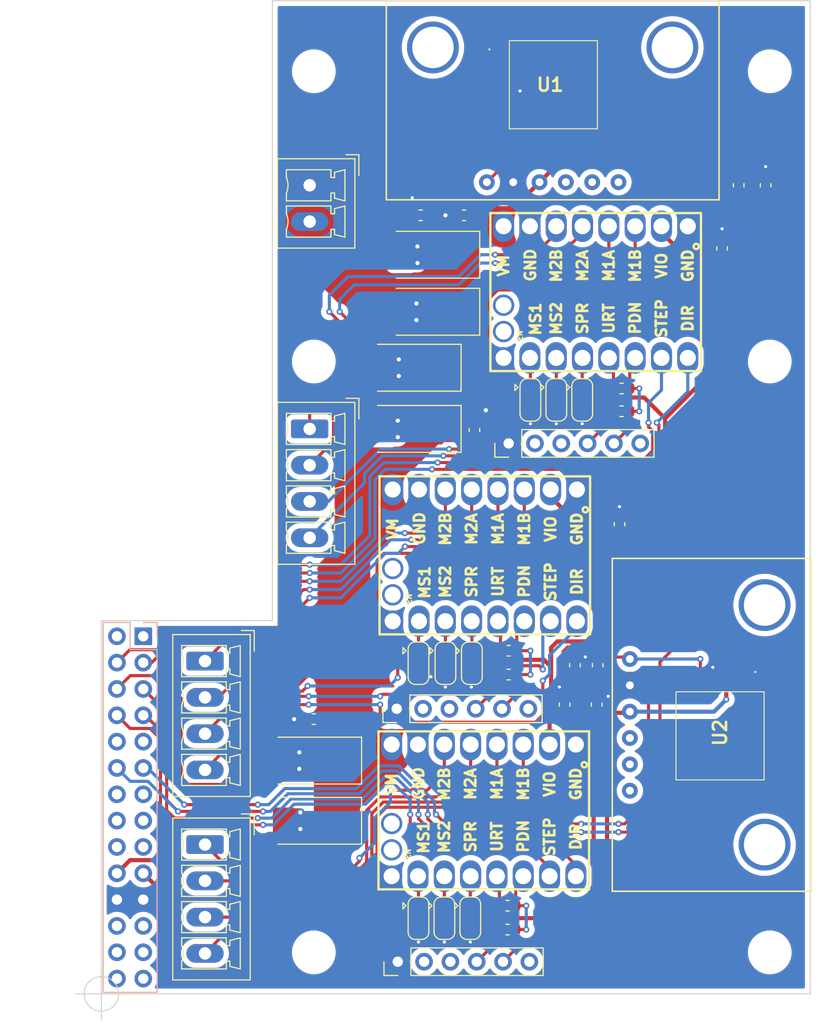
<source format=kicad_pcb>
(kicad_pcb (version 20210228) (generator pcbnew)
  (layers (0 "F.Cu" signal) (31 "B.Cu" signal) (35 "F.Paste" user) (36 "B.SilkS" user "B.Silkscreen") (37 "F.SilkS" user "F.Silkscreen") (38 "B.Mask" user) (39 "F.Mask" user) (44 "Edge.Cuts" user))
  (net 0 "")
  (net 1 "+3V3")
  (net 2 "GND")
  (net 3 "+5V")
  (net 4 "+24V")
  (net 5 "/OUT_EXT6")
  (net 6 "/OUT_EXT5")
  (net 7 "/OUT_EXT4")
  (net 8 "/OUT_EXT3")
  (net 9 "/OUT_EXT2")
  (net 10 "/OUT_EXT1")
  (net 11 "Net-(JP5-Pad1)")
  (net 12 "Net-(JP6-Pad1)")
  (net 13 "Net-(J7-Pad1)")
  (net 14 "Net-(IC1-Pad1)")
  (net 15 "Net-(J2-Pad4)")
  (net 16 "Net-(J2-Pad3)")
  (net 17 "Net-(J2-Pad2)")
  (net 18 "Net-(J2-Pad1)")
  (net 19 "Net-(J3-Pad5)")
  (net 20 "Net-(J3-Pad4)")
  (net 21 "Net-(J5-Pad4)")
  (net 22 "Net-(J5-Pad3)")
  (net 23 "Net-(J5-Pad2)")
  (net 24 "Net-(J5-Pad1)")
  (net 25 "Net-(J6-Pad5)")
  (net 26 "Net-(J6-Pad4)")
  (net 27 "Net-(J7-Pad4)")
  (net 28 "Net-(J7-Pad3)")
  (net 29 "Net-(J7-Pad2)")
  (net 30 "Net-(J8-Pad5)")
  (net 31 "Net-(J8-Pad4)")
  (net 32 "Net-(R2-Pad1)")
  (net 33 "Net-(R4-Pad1)")
  (net 34 "Net-(R6-Pad1)")
  (net 35 "Net-(JP1-Pad1)")
  (net 36 "Net-(JP2-Pad1)")
  (net 37 "Net-(JP3-Pad1)")
  (net 38 "Net-(JP4-Pad1)")
  (net 39 "Net-(JP7-Pad1)")
  (net 40 "Net-(JP8-Pad1)")
  (net 41 "Net-(JP9-Pad1)")
  (net 42 "Net-(IC2-Pad1)")
  (net 43 "/ADC_EXT_SEN2")
  (net 44 "/ADC_EXT_SEN1")
  (footprint "Connector_PinHeader_2.54mm:PinHeader_1x06_P2.54mm_Vertical" (layer "F.Cu") (at 116.8 77.9 90)
    (fp_text reference "J3" hide)
    (fp_text value "Conn_01x06")
  )
  (footprint "MountingHole:MountingHole_3.2mm_M3" (layer "F.Cu") (at 98 42 -90)
    (fp_text reference "MK1" hide)
    (fp_text value "Mounting_Hole")
  )
  (footprint "MountingHole:MountingHole_3.2mm_M3" (layer "F.Cu") (at 142 42 90)
    (fp_text reference "MK4" hide)
    (fp_text value "Mounting_Hole")
  )
  (footprint "Biblioteki:Pressure_sensor_v2" (layer "F.Cu") (at 114 57.7)
    (fp_text reference "IC1" hide)
    (fp_text value "MPX5050DP")
  )
  (footprint "MountingHole:MountingHole_3.2mm_M3" (layer "F.Cu") (at 142 127)
    (fp_text reference "MK3" hide)
    (fp_text value "Mounting_Hole")
  )
  (footprint "MountingHole:MountingHole_3.2mm_M3" (layer "F.Cu") (at 98 127)
    (fp_text reference "MK2" hide)
    (fp_text value "Mounting_Hole")
  )
  (footprint "Connector_PinHeader_2.54mm:PinHeader_1x06_P2.54mm_Vertical" (layer "F.Cu") (at 106.1 127.9 90)
    (fp_text reference "J8" hide)
    (fp_text value "Conn_01x06")
  )
  (footprint "Connector_PinHeader_2.54mm:PinHeader_1x06_P2.54mm_Vertical" (layer "F.Cu") (at 106 103.5 90)
    (fp_text reference "J6" hide)
    (fp_text value "Conn_01x06")
  )
  (footprint "Connector_Phoenix_MC:PhoenixContact_MCV_1,5_4-G-3.5_1x04_P3.50mm_Vertical" (layer "F.Cu") (at 87.5 98.9 -90)
    (fp_text reference "J5" hide)
    (fp_text value "Conn_01x04")
  )
  (footprint "Jumper:SolderJumper-3_P1.3mm_Bridged12_RoundedPad1.0x1.5mm" (layer "F.Cu") (at 108.1 123.7 -90)
    (fp_text reference "JP9" hide)
    (fp_text value "SolderJumper_3_Bridged12")
  )
  (footprint "Resistor_SMD:R_0603_1608Metric" (layer "F.Cu") (at 125.4 99.3 90)
    (fp_text reference "R9" hide)
    (fp_text value "10k")
  )
  (footprint "Jumper:SolderJumper-3_P1.3mm_Bridged12_RoundedPad1.0x1.5mm" (layer "F.Cu") (at 113.250001 99.1 -90)
    (fp_text reference "JP4" hide)
    (fp_text value "SolderJumper_3_Bridged12")
  )
  (footprint "Biblioteki:MPXH6115AC6U" (layer "F.Cu") (at 139.105 101.1975 90)
    (fp_text reference "U2")
    (fp_text value "MPXH6115A" hide)
  )
  (footprint "Capacitor_SMD:C_0603_1608Metric" (layer "F.Cu") (at 112.5 55.9 180)
    (fp_text reference "C28" hide)
    (fp_text value "100n")
  )
  (footprint "MountingHole:MountingHole_3.2mm_M3" (layer "F.Cu") (at 98 70)
    (fp_text reference "MK5" hide)
    (fp_text value "Mounting_Hole")
  )
  (footprint "Resistor_SMD:R_0603_1608Metric" (layer "F.Cu") (at 123.2 99.3 90)
    (fp_text reference "R10" hide)
    (fp_text value "15K")
  )
  (footprint "Jumper:SolderJumper-3_P1.3mm_Bridged12_RoundedPad1.0x1.5mm" (layer "F.Cu") (at 121.4 73.7 -90)
    (fp_text reference "JP2" hide)
    (fp_text value "SolderJumper_3_Bridged12")
  )
  (footprint "Capacitor_Tantalum_SMD:CP_EIA-7343-43_Kemet-X" (layer "F.Cu") (at 109.6 59.7 180)
    (fp_text reference "C2" hide)
    (fp_text value "47uF")
  )
  (footprint "Biblioteki:MPXH6115AC6U" (layer "F.Cu") (at 116.1975 41.395 180)
    (fp_text reference "U1")
    (fp_text value "MPXH6115A" hide)
  )
  (footprint "Connector_Phoenix_MC:PhoenixContact_MCV_1,5_4-G-3.5_1x04_P3.50mm_Vertical" (layer "F.Cu") (at 87.5 116.6 -90)
    (fp_text reference "J7" hide)
    (fp_text value "Conn_01x04")
  )
  (footprint "Capacitor_SMD:C_0603_1608Metric" (layer "F.Cu") (at 122.2 103.1 90)
    (fp_text reference "C10" hide)
    (fp_text value "100n")
  )
  (footprint "Biblioteki:STEPSTICK" (layer "F.Cu") (at 125.2 63.3 -90)
    (fp_text reference "SS1" hide)
    (fp_text value "STEPSTICK_TRINAMIC2209")
  )
  (footprint "Resistor_SMD:R_0603_1608Metric" (layer "F.Cu") (at 141.6 53 90)
    (fp_text reference "R8" hide)
    (fp_text value "15K")
  )
  (footprint "Resistor_SMD:R_0603_1608Metric" (layer "F.Cu") (at 127.7 72.6)
    (fp_text reference "R2" hide)
    (fp_text value "0R")
  )
  (footprint "Biblioteki:Pressure_sensor_v2" (layer "F.Cu") (at 123.5 98 -90)
    (fp_text reference "IC2" hide)
    (fp_text value "MPX5050DP")
  )
  (footprint "MountingHole:MountingHole_3.2mm_M3" (layer "F.Cu") (at 142 70)
    (fp_text reference "MK6" hide)
    (fp_text value "Mounting_Hole")
  )
  (footprint "Biblioteki:STEPSTICK" (layer "F.Cu") (at 114.4 113.3 -90)
    (fp_text reference "SS3" hide)
    (fp_text value "STEPSTICK_TRINAMIC2209")
  )
  (footprint "Jumper:SolderJumper-3_P1.3mm_Bridged12_RoundedPad1.0x1.5mm" (layer "F.Cu") (at 118.9 73.7 -90)
    (fp_text reference "JP3" hide)
    (fp_text value "SolderJumper_3_Bridged12")
  )
  (footprint "Connector_Phoenix_MC:PhoenixContact_MCV_1,5_2-G-3.5_1x02_P3.50mm_Vertical" (layer "F.Cu") (at 97.6 53 -90)
    (fp_text reference "J1" hide)
    (fp_text value "Conn_01x04")
  )
  (footprint "Capacitor_Tantalum_SMD:CP_EIA-7343-43_Kemet-X" (layer "F.Cu") (at 98.2 114.3 180)
    (fp_text reference "C11" hide)
    (fp_text value "47uF")
  )
  (footprint "Capacitor_SMD:C_0603_1608Metric" (layer "F.Cu") (at 108.3 55.9 180)
    (fp_text reference "C13" hide)
    (fp_text value "100n")
  )
  (footprint "Capacitor_SMD:C_0603_1608Metric" (layer "F.Cu") (at 113.5 76.6 90)
    (fp_text reference "C4" hide)
    (fp_text value "100n")
  )
  (footprint "Resistor_SMD:R_0603_1608Metric" (layer "F.Cu") (at 116.8 100.2)
    (fp_text reference "R3" hide)
    (fp_text value "2k2")
  )
  (footprint "Capacitor_Tantalum_SMD:CP_EIA-7343-43_Kemet-X" (layer "F.Cu") (at 98.2 108.5 180)
    (fp_text reference "C12" hide)
    (fp_text value "47uF")
  )
  (footprint "Jumper:SolderJumper-3_P1.3mm_Bridged12_RoundedPad1.0x1.5mm" (layer "F.Cu") (at 123.9 73.7 -90)
    (fp_text reference "JP1" hide)
    (fp_text value "SolderJumper_3_Bridged12")
  )
  (footprint "Jumper:SolderJumper-3_P1.3mm_Bridged12_RoundedPad1.0x1.5mm" (layer "F.Cu") (at 110.7 99.1 -90)
    (fp_text reference "JP5" hide)
    (fp_text value "SolderJumper_3_Bridged12")
  )
  (footprint "Biblioteki:STEPSTICK" (layer "F.Cu") (at 114.5 88.7 -90)
    (fp_text reference "SS2" hide)
    (fp_text value "STEPSTICK_TRINAMIC2209")
  )
  (footprint "Connector_Phoenix_MC:PhoenixContact_MCV_1,5_4-G-3.5_1x04_P3.50mm_Vertical" (layer "F.Cu") (at 97.6 76.5 -90)
    (fp_text reference "J2" hide)
    (fp_text value "Conn_01x04")
  )
  (footprint "Capacitor_Tantalum_SMD:CP_EIA-7343-43_Kemet-X" (layer "F.Cu") (at 109.6 65.2 180)
    (fp_text reference "C3" hide)
    (fp_text value "47uF")
  )
  (footprint "Jumper:SolderJumper-3_P1.3mm_Bridged12_RoundedPad1.0x1.5mm" (layer "F.Cu") (at 113.1 123.7 -90)
    (fp_text reference "JP7" hide)
    (fp_text value "SolderJumper_3_Bridged12")
  )
  (footprint "Jumper:SolderJumper-3_P1.3mm_Bridged12_RoundedPad1.0x1.5mm" (layer "F.Cu") (at 110.6 123.7 -90)
    (fp_text reference "JP8" hide)
    (fp_text value "SolderJumper_3_Bridged12")
  )
  (footprint "Resistor_SMD:R_0603_1608Metric" (layer "F.Cu") (at 116.8 97.9)
    (fp_text reference "R4" hide)
    (fp_text value "0R")
  )
  (footprint "Capacitor_Tantalum_SMD:CP_EIA-7343-43_Kemet-X" (layer "F.Cu") (at 107.8 70.6 180)
    (fp_text reference "C6" hide)
    (fp_text value "47uF")
  )
  (footprint "Capacitor_SMD:C_0603_1608Metric" (layer "F.Cu") (at 125.3 103.1 90)
    (fp_text reference "C8" hide)
    (fp_text value "100n")
  )
  (footprint "Capacitor_SMD:C_0603_1608Metric" (layer "F.Cu") (at 127.5 85.7 90)
    (fp_text reference "C5" hide)
    (fp_text value "100n")
  )
  (footprint "Capacitor_SMD:C_0603_1608Metric" (layer "F.Cu") (at 98 104.5 180)
    (fp_text reference "C9" hide)
    (fp_text value "100n")
  )
  (footprint "Capacitor_SMD:C_0603_1608Metric" (layer "F.Cu") (at 137.4 59.1 90)
    (fp_text reference "C1" hide)
    (fp_text value "100n")
  )
  (footprint "Jumper:SolderJumper-3_P1.3mm_Bridged12_RoundedPad1.0x1.5mm" (layer "F.Cu") (at 108.1 99.1 -90)
    (fp_text reference "JP6" hide)
    (fp_text value "SolderJumper_3_Bridged12")
  )
  (footprint "Resistor_SMD:R_0603_1608Metric" (layer "F.Cu") (at 116.7 122.5)
    (fp_text reference "R6" hide)
    (fp_text value "0R")
  )
  (footprint "Resistor_SMD:R_0603_1608Metric" (layer "F.Cu") (at 139 53 90)
    (fp_text reference "R7" hide)
    (fp_text value "10k")
  )
  (footprint "Resistor_SMD:R_0603_1608Metric" (layer "F.Cu") (at 116.7 124.8)
    (fp_text reference "R5" hide)
    (fp_text value "2k2")
  )
  (footprint "Capacitor_Tantalum_SMD:CP_EIA-7343-43_Kemet-X" (layer "F.Cu") (at 107.8 76.5 180)
    (fp_text reference "C7" hide)
    (fp_text value "47uF")
  )
  (footprint "Resistor_SMD:R_0603_1608Metric" (layer "F.Cu") (at 127.7 74.8)
    (fp_text reference "R1" hide)
    (fp_text value "2k2")
  )
  (footprint "Connector_PinHeader_2.54mm:PinHeader_2x14_P2.54mm_Vertical" (layer "B.Cu") (at 81.54 96.51 180)
    (fp_text reference "J4" hide)
    (fp_text value "Micro match 6x2")
  )
  (gr_line (start 145.9 131) (end 77.5 131) (layer "Edge.Cuts") (width 0.1))
  (gr_line (start 94 35.2) (end 145.9 35.2) (layer "Edge.Cuts") (width 0.1))
  (gr_line (start 77.5 95) (end 94 95) (layer "Edge.Cuts") (width 0.1))
  (gr_line (start 94 95) (end 94 35.2) (layer "Edge.Cuts") (width 0.1))
  (gr_line (start 77.5 131) (end 77.5 95) (layer "Edge.Cuts") (width 0.1))
  (gr_line (start 145.9 35.2) (end 145.9 131) (layer "Edge.Cuts") (width 0.1))
  (target plus (at 77.5 131) (size 5) (width 0.1) (layer "Edge.Cuts"))
  (segment (start 100.7 123.4) (end 101 123.7) (width 0.4) (layer "F.Cu") (net 1))
  (segment (start 121.6875 103.8875) (end 120.9 103.1) (width 0.4) (layer "F.Cu") (net 1))
  (segment (start 110.6 123.7) (end 113.1 123.7) (width 0.4) (layer "F.Cu") (net 1))
  (segment (start 123.35 104.05) (end 123.1875 103.8875) (width 0.4) (layer "F.Cu") (net 1))
  (segment (start 121.7125 103.8875) (end 120.75 104.85) (width 0.4) (layer "F.Cu") (net 1))
  (segment (start 125.12499 73.47501) (end 124.9 73.7) (width 0.4) (layer "F.Cu") (net 1))
  (segment (start 135.9 71.5) (end 135.9 61.3875) (width 0.4) (layer "F.Cu") (net 1))
  (segment (start 120.85 83.05) (end 120.85 82.35) (width 0.4) (layer "F.Cu") (net 1))
  (segment (start 113.1 123.7) (end 122.4 123.7) (width 0.4) (layer "F.Cu") (net 1))
  (segment (start 110.7 99.1) (end 113.250001 99.1) (width 0.4) (layer "F.Cu") (net 1))
  (segment (start 79 119.37) (end 80.27 118.1) (width 0.4) (layer "F.Cu") (net 1))
  (segment (start 82.7 118.1) (end 84.2 119.6) (width 0.4) (layer "F.Cu") (net 1))
  (segment (start 101 123.7) (end 108.1 123.7) (width 0.4) (layer "F.Cu") (net 1))
  (segment (start 137.4 59.8875) (end 133.8875 59.8875) (width 0.4) (layer "F.Cu") (net 1))
  (segment (start 124.3 97) (end 125.4 95.9) (width 0.4) (layer "F.Cu") (net 1))
  (segment (start 113.250001 99.1) (end 113.550001 98.8) (width 0.4) (layer "F.Cu") (net 1))
  (segment (start 130.1 73.7) (end 130.3 73.9) (width 0.4) (layer "F.Cu") (net 1))
  (segment (start 84.2 119.6) (end 84.2 127.2) (width 0.4) (layer "F.Cu") (net 1))
  (segment (start 122.4 123.7) (end 125 121.1) (width 0.4) (layer "F.Cu") (net 1))
  (segment (start 84.2 127.2) (end 85.7 128.7) (width 0.4) (layer "F.Cu") (net 1))
  (segment (start 123.1875 103.8875) (end 122.2 103.8875) (width 0.4) (layer "F.Cu") (net 1))
  (segment (start 120.9 99.463998) (end 120.9 97.6) (width 0.4) (layer "F.Cu") (net 1))
  (segment (start 125.4 94.2) (end 125.4 95.9) (width 0.4) (layer "F.Cu") (net 1))
  (segment (start 120.211012 98.77501) (end 120.718001 99.281999) (width 0.4) (layer "F.Cu") (net 1))
  (segment (start 127.5 86.4875) (end 125.1875 86.4875) (width 0.4) (layer "F.Cu") (net 1))
  (segment (start 130.1 73.7) (end 129.87501 73.47501) (width 0.4) (layer "F.Cu") (net 1))
  (segment (start 120.9 103.1) (end 120.9 99.463998) (width 0.4) (layer "F.Cu") (net 1))
  (segment (start 90.8 128.7) (end 96.1 123.4) (width 0.4) (layer "F.Cu") (net 1))
  (segment (start 122.2 103.8875) (end 121.7125 103.8875) (width 0.4) (layer "F.Cu") (net 1))
  (segment (start 121.4 73.7) (end 118.9 73.7) (width 0.4) (layer "F.Cu") (net 1))
  (segment (start 125 121.1) (end 125 105.7) (width 0.4) (layer "F.Cu") (net 1))
  (segment (start 125 105.7) (end 123.35 104.05) (width 0.4) (layer "F.Cu") (net 1))
  (segment (start 131.55 57.55) (end 131.55 56.95) (width 0.4) (layer "F.Cu") (net 1))
  (segment (start 124.2875 86.4875) (end 120.85 83.05) (width 0.4) (layer "F.Cu") (net 1))
  (segment (start 135.9 61.3875) (end 137.4 59.8875) (width 0.4) (layer "F.Cu") (net 1))
  (segment (start 129.87501 73.47501) (end 125.12499 73.47501) (width 0.4) (layer "F.Cu") (net 1))
  (segment (start 120.9 97.6) (end 121.5 97) (width 0.4) (layer "F.Cu") (net 1))
  (segment (start 113.250001 99.1) (end 113.574991 98.77501) (width 0.4) (layer "F.Cu") (net 1))
  (segment (start 124.9 73.7) (end 123.9 73.7) (width 0.4) (layer "F.Cu") (net 1))
  (segment (start 127.5 86.4875) (end 128.3125 86.4875) (width 0.4) (layer "F.Cu") (net 1))
  (segment (start 128.3125 86.4875) (end 131.9 82.9) (width 0.4) (layer "F.Cu") (net 1))
  (segment (start 120.75 104.85) (end 120.75 106.95) (width 0.4) (layer "F.Cu") (net 1))
  (segment (start 121.5 97) (end 124.3 97) (width 0.4) (layer "F.Cu") (net 1))
  (segment (start 125.4 88.5875) (end 127.5 86.4875) (width 0.4) (layer "F.Cu") (net 1))
  (segment (start 85.7 128.7) (end 90.8 128.7) (width 0.4) (layer "F.Cu") (net 1))
  (segment (start 125.1875 86.4875) (end 124.2875 86.4875) (width 0.4) (layer "F.Cu") (net 1))
  (segment (start 120.9 99.463998) (end 120.718001 99.281999) (width 0.4) (layer "F.Cu") (net 1))
  (segment (start 96.1 123.4) (end 100.7 123.4) (width 0.4) (layer "F.Cu") (net 1))
  (segment (start 108.1 123.7) (end 110.6 123.7) (width 0.4) (layer "F.Cu") (net 1))
  (segment (start 133.8875 59.8875) (end 131.55 57.55) (width 0.4) (layer "F.Cu") (net 1))
  (segment (start 131.9 75.5) (end 130.3 73.9) (width 0.4) (layer "F.Cu") (net 1))
  (segment (start 108.1 99.1) (end 110.7 99.1) (width 0.4) (layer "F.Cu") (net 1))
  (segment (start 113.574991 98.77501) (end 120.211012 98.77501) (width 0.4) (layer "F.Cu") (net 1))
  (segment (start 131.9 82.9) (end 131.9 75.5) (width 0.4) (layer "F.Cu") (net 1))
  (segment (start 131.9 75.5) (end 135.9 71.5) (width 0.4) (layer "F.Cu") (net 1))
  (segment (start 125.4 94.2) (end 125.4 88.5875) (width 0.4) (layer "F.Cu") (net 1))
  (segment (start 122.2 103.8875) (end 121.6875 103.8875) (width 0.4) (layer "F.Cu") (net 1))
  (segment (start 80.27 118.1) (end 82.7 118.1) (width 0.4) (layer "F.Cu") (net 1))
  (segment (start 123.9 73.7) (end 121.4 73.7) (width 0.4) (layer "F.Cu") (net 1))
  (segment (start 105.5 75.7) (end 106.1 75.7) (width 0.8) (layer "F.Cu") (net 2))
  (segment (start 137.4 58.3125) (end 137.4 57.2) (width 0.4) (layer "F.Cu") (net 2))
  (segment (start 95.9 107.7) (end 96.6 107.7) (width 0.8) (layer "F.Cu") (net 2))
  (segment (start 113.1 125) (end 113.1 126) (width 0.3) (layer "F.Cu") (net 2))
  (segment (start 95.8875 115.1) (end 96.7 115.1) (width 0.8) (layer "F.Cu") (net 2))
  (segment (start 117.865 43.935) (end 117.9 43.9) (width 0.3) (layer "F.Cu") (net 2))
  (segment (start 95.0875 108.5) (end 95.1 108.5) (width 0.8) (layer "F.Cu") (net 2))
  (segment (start 124.1875 98.5125) (end 124.2 98.5) (width 0.3) (layer "F.Cu") (net 2))
  (segment (start 118.9 75) (end 118.9 76) (width 0.3) (layer "F.Cu") (net 2))
  (segment (start 107.2875 66) (end 107.9 66) (width 0.8) (layer "F.Cu") (net 2))
  (segment (start 123.2 98.5125) (end 124.1875 98.5125) (width 0.3) (layer "F.Cu") (net 2))
  (segment (start 113.5 75.8125) (end 113.5 75.8) (width 0.8) (layer "F.Cu") (net 2))
  (segment (start 111.7125 55.9) (end 110.7 55.9) (width 0.8) (layer "F.Cu") (net 2))
  (segment (start 122.2 102.3125) (end 122.2 101.9) (width 0.3) (layer "F.Cu") (net 2))
  (segment (start 104.6875 70.6) (end 105.4875 69.8) (width 0.8) (layer "F.Cu") (net 2))
  (segment (start 113.250001 101.349999) (end 113.2 101.4) (width 0.3) (layer "F.Cu") (net 2))
  (segment (start 108.1 100.4) (end 109.3 100.4) (width 0.3) (layer "F.Cu") (net 2))
  (segment (start 106.4875 65.2) (end 107.2875 64.4) (width 0.8) (layer "F.Cu") (net 2))
  (segment (start 104.6875 76.5) (end 104.7 76.5) (width 0.8) (layer "F.Cu") (net 2))
  (segment (start 104.6875 76.5) (end 105.4875 77.3) (width 0.8) (layer "F.Cu") (net 2))
  (segment (start 126.3875 102.3125) (end 126.4 102.3) (width 0.4) (layer "F.Cu") (net 2))
  (segment (start 122.2 101.9) (end 121.7 101.4) (width 0.3) (layer "F.Cu") (net 2))
  (segment (start 116.1975 43.935) (end 117.865 43.935) (width 0.3) (layer "F.Cu") (net 2))
  (segment (start 95.0875 108.5) (end 95.8875 109.3) (width 0.8) (layer "F.Cu") (net 2))
  (segment (start 136.565 99.565) (end 136.5 99.5) (width 0.3) (layer "F.Cu") (net 2))
  (segment (start 110.7 100.4) (end 110.7 101.4) (width 0.3) (layer "F.Cu") (net 2))
  (segment (start 113.5 75.8) (end 114.6 74.7) (width 0.8) (layer "F.Cu") (net 2))
  (segment (start 95.8875 113.5) (end 96.7 113.5) (width 0.8) (layer "F.Cu") (net 2))
  (segment (start 125.3 102.3125) (end 126.3875 102.3125) (width 0.4) (layer "F.Cu") (net 2))
  (segment (start 107.5125 54.2125) (end 107.5 54.2) (width 0.4) (layer "F.Cu") (net 2))
  (segment (start 110.6 125) (end 110.6 126) (width 0.3) (layer "F.Cu") (net 2))
  (segment (start 105.4875 71.4) (end 106.2 71.4) (width 0.8) (layer "F.Cu") (net 2))
  (segment (start 106.4875 65.2) (end 107.2875 66) (width 0.8) (layer "F.Cu") (net 2))
  (segment (start 95.8875 109.3) (end 96.6 109.3) (width 0.8) (layer "F.Cu") (net 2))
  (segment (start 106.4875 59.7) (end 107.2875 58.9) (width 0.8) (layer "F.Cu") (net 2))
  (segment (start 136.565 101.1975) (end 136.565 99.565) (width 0.3) (layer "F.Cu") (net 2))
  (segment (start 106.4875 59.7) (end 106.5 59.7) (width 0.8) (layer "F.Cu") (net 2))
  (segment (start 104.6875 70.6) (end 105.4875 71.4) (width 0.8) (layer "F.Cu") (net 2))
  (segment (start 108.1 125) (end 108.1 126) (width 0.3) (layer "F.Cu") (net 2))
  (segment (start 123.9 75) (end 123.9 76) (width 0.3) (layer "F.Cu") (net 2))
  (segment (start 107.2875 64.4) (end 107.9 64.4) (width 0.8) (layer "F.Cu") (net 2))
  (segment (start 141.6 52.2125) (end 141.6 51.2) (width 0.3) (layer "F.Cu") (net 2))
  (segment (start 95.0875 114.3) (end 95.8875 115.1) (width 0.8) (layer "F.Cu") (net 2))
  (segment (start 95.1 108.5) (end 95.9 107.7) (width 0.8) (layer "F.Cu") (net 2))
  (segment (start 127.5 84.9125) (end 127.5 84) (width 0.3) (layer "F.Cu") (net 2))
  (segment (start 107.2875 58.9) (end 108 58.9) (width 0.8) (layer "F.Cu") (net 2))
  (segment (start 113.250001 100.4) (end 113.250001 101.349999) (width 0.3) (layer "F.Cu") (net 2))
  (segment (start 107.3 60.5) (end 108 60.5) (width 0.8) (layer "F.Cu") (net 2))
  (segment (start 106.5 59.7) (end 107.3 60.5) (width 0.8) (layer "F.Cu") (net 2))
  (segment (start 95.0875 114.3) (end 95.8875 113.5) (width 0.8) (layer "F.Cu") (net 2))
  (segment (start 105.4875 69.8) (end 106.2 69.8) (width 0.8) (layer "F.Cu") (net 2))
  (segment (start 104.7 76.5) (end 105.5 75.7) (width 0.8) (layer "F.Cu") (net 2))
  (segment (start 121.4 75) (end 121.4 76) (width 0.3) (layer "F.Cu") (net 2))
  (segment (start 97.2125 104.5) (end 96.1 104.5) (width 0.8) (layer "F.Cu") (net 2))
  (segment (start 105.4875 77.3) (end 106.1 77.3) (width 0.8) (layer "F.Cu") (net 2))
  (segment (start 107.5125 55.9) (end 107.5125 54.2125) (width 0.4) (layer "F.Cu") (net 2))
  (via (at 113.1 126) (size 0.6) (drill 0.3) (layers "F.Cu" "B.Cu") (net 2))
  (via (at 118.9 76) (size 0.6) (drill 0.3) (layers "F.Cu" "B.Cu") (net 2))
  (via (at 96.7 115.1) (size 0.8) (drill 0.4) (layers "F.Cu" "B.Cu") (net 2))
  (via (at 107.9 64.4) (size 0.8) (drill 0.4) (layers "F.Cu" "B.Cu") (net 2))
  (via (at 108 58.9) (size 0.8) (drill 0.4) (layers "F.Cu" "B.Cu") (net 2))
  (via (at 127.5 84) (size 0.6) (drill 0.3) (layers "F.Cu" "B.Cu") (net 2))
  (via (at 123.9 76) (size 0.6) (drill 0.3) (layers "F.Cu" "B.Cu") (net 2))
  (via (at 110.7 55.9) (size 0.8) (drill 0.4) (layers "F.Cu" "B.Cu") (net 2))
  (via (at 117.9 43.9) (size 0.6) (drill 0.3) (layers "F.Cu" "B.Cu") (net 2))
  (via (at 110.6 126) (size 0.6) (drill 0.3) (layers "F.Cu" "B.Cu") (net 2))
  (via (at 109.3 100.4) (size 0.6) (drill 0.3) (layers "F.Cu" "B.Cu") (net 2))
  (via (at 137.4 57.2) (size 0.6) (drill 0.3) (layers "F.Cu" "B.Cu") (net 2))
  (via (at 106.1 77.3) (size 0.8) (drill 0.4) (layers "F.Cu" "B.Cu") (net 2))
  (via (at 108 60.5) (size 0.8) (drill 0.4) (layers "F.Cu" "B.Cu") (net 2))
  (via (at 106.2 69.8) (size 0.8) (drill 0.4) (layers "F.Cu" "B.Cu") (net 2))
  (via (at 108.1 126) (size 0.6) (drill 0.3) (layers "F.Cu" "B.Cu") (net 2))
  (via (at 107.9 66) (size 0.8) (drill 0.4) (layers "F.Cu" "B.Cu") (net 2))
  (via (at 106.1 75.7) (size 0.8) (drill 0.4) (layers "F.Cu" "B.Cu") (net 2))
  (via (at 126.4 102.3) (size 0.6) (drill 0.3) (layers "F.Cu" "B.Cu") (net 2))
  (via (at 96.6 107.7) (size 0.8) (drill 0.4) (layers "F.Cu" "B.Cu") (net 2))
  (via (at 121.4 76) (size 0.6) (drill 0.3) (layers "F.Cu" "B.Cu") (net 2))
  (via (at 110.7 101.4) (size 0.6) (drill 0.3) (layers "F.Cu" "B.Cu") (net 2))
  (via (at 106.2 71.4) (size 0.8) (drill 0.4) (layers "F.Cu" "B.Cu") (net 2))
  (via (at 121.7 101.4) (size 0.6) (drill 0.3) (layers "F.Cu" "B.Cu") (net 2))
  (via (at 107.5 54.2) (size 0.6) (drill 0.3) (layers "F.Cu" "B.Cu") (net 2))
  (via (at 114.6 74.7) (size 0.8) (drill 0.4) (layers "F.Cu" "B.Cu") (net 2))
  (via (at 113.2 101.4) (size 0.6) (drill 0.3) (layers "F.Cu" "B.Cu") (net 2))
  (via (at 96.1 104.5) (size 0.8) (drill 0.4) (layers "F.Cu" "B.Cu") (net 2))
  (via (at 96.7 113.5) (size 0.8) (drill 0.4) (layers "F.Cu" "B.Cu") (net 2))
  (via (at 141.6 51.2) (size 0.6) (drill 0.3) (layers "F.Cu" "B.Cu") (net 2))
  (via (at 136.5 99.5) (size 0.6) (drill 0.3) (layers "F.Cu" "B.Cu") (net 2))
  (via (at 124.2 98.5) (size 0.6) (drill 0.3) (layers "F.Cu" "B.Cu") (net 2))
  (via (at 96.6 109.3) (size 0.8) (drill 0.4) (layers "F.Cu" "B.Cu") (net 2))
  (segment (start 81.54 119.37) (end 83.2 121.03) (width 0.4) (layer "F.Cu") (net 3))
  (segment (start 83.2 127.8) (end 84.9 129.5) (width 0.4) (layer "F.Cu") (net 3))
  (segment (start 137.8 101.2325) (end 137.835 101.1975) (width 0.4) (layer "F.Cu") (net 3))
  (segment (start 122.49999 97.60001) (end 124.548533 97.600009) (width 0.4) (layer "F.Cu") (net 3))
  (segment (start 138.65 56.675) (end 135.8875 53.9125) (width 0.4) (layer "F.Cu") (net 3))
  (segment (start 137.6 63.1) (end 138.65 62.05) (width 0.4) (layer "F.Cu") (net 3))
  (segment (start 125.3 103.8875) (end 128.3925 103.8875) (width 0.4) (layer "F.Cu") (net 3))
  (segment (start 137.6 79.2) (end 137.6 63.1) (width 0.4) (layer "F.Cu") (net 3))
  (segment (start 84.9 129.5) (end 122.6 129.5) (width 0.4) (layer "F.Cu") (net 3))
  (segment (start 128.6 51.2) (end 121.28 51.2) (width 0.4) (layer "F.Cu") (net 3))
  (segment (start 135.8875 53.9125) (end 131.3125 53.9125) (width 0.4) (layer "F.Cu") (net 3))
  (segment (start 131.3125 53.9125) (end 128.6 51.2) (width 0.4) (layer "F.Cu") (net 3))
  (segment (start 109.0875 55.9) (end 110.6875 54.3) (width 0.4) (layer "F.Cu") (net 3))
  (segment (start 115.81748 42.665) (end 110.6875 47.79498) (width 0.3) (layer "F.Cu") (net 3))
  (segment (start 138.65 62.05) (end 138.65 56.675) (width 0.4) (layer "F.Cu") (net 3))
  (segment (start 137.8 102.6) (end 137.8 101.2325) (width 0.4) (layer "F.Cu") (net 3))
  (segment (start 110.6875 54.3) (end 118.18 54.3) (width 0.4) (layer "F.Cu") (net 3))
  (segment (start 122.1 98) (end 122.49999 97.60001) (width 0.4) (layer "F.Cu") (net 3))
  (segment (start 124.548533 97.600009) (end 126.6 95.548542) (width 0.4) (layer "F.Cu") (net 3))
  (segment (start 128.3925 103.8875) (end 128.5 103.78) (width 0.4) (layer "F.Cu") (net 3))
  (segment (start 125.3 103.8875) (end 122.1 100.6875) (width 0.4) (layer "F.Cu") (net 3))
  (segment (start 122.1 100.6875) (end 122.1 98) (width 0.4) (layer "F.Cu") (net 3))
  (segment (start 122.6 129.5) (end 126.3 125.8) (width 0.4) (layer "F.Cu") (net 3))
  (segment (start 121.28 51.2) (end 119.78 52.7) (width 0.4) (layer "F.Cu") (net 3))
  (segment (start 126.6 95.548542) (end 126.6 90.2) (width 0.4) (layer "F.Cu") (net 3))
  (segment (start 126.3 125.8) (end 126.3 104.8875) (width 0.4) (layer "F.Cu") (net 3))
  (segment (start 83.2 121.03) (end 83.2 127.8) (width 0.4) (layer "F.Cu") (net 3))
  (segment (start 130.8 86) (end 137.6 79.2) (width 0.4) (layer "F.Cu") (net 3))
  (segment (start 126.6 90.2) (end 130.8 86) (width 0.4) (layer "F.Cu") (net 3))
  (segment (start 126.3 104.8875) (end 125.3 103.8875) (width 0.4) (layer "F.Cu") (net 3))
  (segment (start 110.6875 47.79498) (end 110.6875 54.3) (width 0.3) (layer "F.Cu") (net 3))
  (segment (start 118.18 54.3) (end 119.78 52.7) (width 0.4) (layer "F.Cu") (net 3))
  (segment (start 116.1975 42.665) (end 115.81748 42.665) (width 0.3) (layer "F.Cu") (net 3))
  (via (at 137.8 102.6) (size 0.6) (drill 0.3) (layers "F.Cu" "B.Cu") (net 3))
  (segment (start 136.62 103.78) (end 137.8 102.6) (width 0.4) (layer "B.Cu") (net 3))
  (segment (start 128.5 103.78) (end 136.62 103.78) (width 0.4) (layer "B.Cu") (net 3))
  (segment (start 120.7 116) (end 110 116) (width 0.3) (layer "F.Cu") (net 5))
  (segment (start 108.1 114.1) (end 108.1 113.7) (width 0.3) (layer "F.Cu") (net 5))
  (segment (start 81.73 104.13) (end 81.54 104.13) (width 0.3) (layer "F.Cu") (net 5))
  (segment (start 84.55 114.05) (end 92.587851 114.05) (width 0.3) (layer "F.Cu") (net 5))
  (segment (start 123.29 119.75) (end 123.29 118.59) (width 0.3) (layer "F.Cu") (net 5))
  (segment (start 83.8 106.2) (end 81.73 104.13) (width 0.3) (layer "F.Cu") (net 5))
  (segment (start 83.8 113.3) (end 84.55 114.05) (width 0.3) (layer "F.Cu") (net 5))
  (segment (start 123.29 118.59) (end 120.7 116) (width 0.3) (layer "F.Cu") (net 5))
  (segment (start 110 116) (end 108.1 114.1) (width 0.3) (layer "F.Cu") (net 5))
  (segment (start 83.8 113.3) (end 83.8 111.8) (width 0.3) (layer "F.Cu") (net 5))
  (segment (start 123.29 119.65) (end 123.29 118.59) (width 0.3) (layer "F.Cu") (net 5))
  (segment (start 83.8 111.8) (end 83.8 106.2) (width 0.3) (layer "F.Cu") (net 5))
  (via (at 92.587851 114.05) (size 0.6) (drill 0.3) (layers "F.Cu" "B.Cu") (net 5))
  (via (at 108.1 113.7) (size 0.6) (drill 0.3) (layers "F.Cu" "B.Cu") (net 5))
  (segment (start 104.8 110.1) (end 105.9 110.1) (width 0.3) (layer "B.Cu") (net 5))
  (segment (start 105.9 110.1) (end 108.1 112.3) (width 0.3) (layer "B.Cu") (net 5))
  (segment (start 102.7 112.2) (end 104.8 110.1) (width 0.3) (layer "B.Cu") (net 5))
  (segment (start 93.95 114.05) (end 95.8 112.2) (width 0.3) (layer "B.Cu") (net 5))
  (segment (start 108.1 112.3) (end 108.1 113.7) (width 0.3) (layer "B.Cu") (net 5))
  (segment (start 92.587851 114.05) (end 93.95 114.05) (width 0.3) (layer "B.Cu") (net 5))
  (segment (start 95.8 112.2) (end 102.7 112.2) (width 0.3) (layer "B.Cu") (net 5))
  (segment (start 109 116.6) (end 107.3 114.9) (width 0.3) (layer "F.Cu") (net 6))
  (segment (start 83.2 112) (end 83.2 106.4) (width 0.3) (layer "F.Cu") (net 6))
  (segment (start 84.4 114.7) (end 83.2 113.5) (width 0.3) (layer "F.Cu") (net 6))
  (segment (start 118.5 116.6) (end 109 116.6) (width 0.3) (layer "F.Cu") (net 6))
  (segment (start 83.2 113.5) (end 83.2 112) (width 0.3) (layer "F.Cu") (net 6))
  (segment (start 80.27 105.4) (end 79 104.13) (width 0.3) (layer "F.Cu") (net 6))
  (segment (start 120.75 119.65) (end 120.75 118.85) (width 0.3) (layer "F.Cu") (net 6))
  (segment (start 82.2 105.4) (end 80.27 105.4) (width 0.3) (layer "F.Cu") (net 6))
  (segment (start 93.1 114.7) (end 91.5 114.7) (width 0.3) (layer "F.Cu") (net 6))
  (segment (start 83.2 106.4) (end 82.2 105.4) (width 0.3) (layer "F.Cu") (net 6))
  (segment (start 120.75 118.85) (end 118.5 116.6) (width 0.3) (layer "F.Cu") (net 6))
  (segment (start 91 114.7) (end 91.5 114.7) (width 0.3) (layer "F.Cu") (net 6))
  (segment (start 91 114.7) (end 84.4 114.7) (width 0.3) (layer "F.Cu") (net 6))
  (segment (start 107.3 114.9) (end 107.3 113.7) (width 0.3) (layer "F.Cu") (net 6))
  (via (at 107.3 113.7) (size 0.6) (drill 0.3) (layers "F.Cu" "B.Cu") (net 6))
  (via (at 93.1 114.7) (size 0.6) (drill 0.3) (layers "F.Cu" "B.Cu") (net 6))
  (segment (start 105.000001 110.699999) (end 103 112.7) (width 0.3) (layer "B.Cu") (net 6))
  (segment (start 94.1 114.7) (end 93.1 114.7) (width 0.3) (layer "B.Cu") (net 6))
  (segment (start 107.3 113.7) (end 107.3 112.287998) (width 0.3) (layer "B.Cu") (net 6))
  (segment (start 96.1 112.7) (end 94.1 114.7) (width 0.3) (layer "B.Cu") (net 6))
  (segment (start 103 112.7) (end 96.1 112.7) (width 0.3) (layer "B.Cu") (net 6))
  (segment (start 105.712001 110.699999) (end 105.000001 110.699999) (width 0.3) (layer "B.Cu") (net 6))
  (segment (start 107.3 112.287998) (end 105.712001 110.699999) (width 0.3) (layer "B.Cu") (net 6))
  (segment (start 92.1 103.1) (end 97.5 103.1) (width 0.3) (layer "F.Cu") (net 7))
  (segment (start 91.50002 103.69998) (end 92.1 103.1) (width 0.3) (layer "F.Cu") (net 7))
  (segment (start 89.4 111.3) (end 91.50002 109.19998) (width 0.3) (layer "F.Cu") (net 7))
  (segment (start 84.8 110.40712) (end 85.69288 111.3) (width 0.3) (layer "F.Cu") (net 7))
  (segment (start 104.9 104.8) (end 107.6 104.8) (width 0.3) (layer "F.Cu") (net 7))
  (segment (start 104.4 103.1) (end 104.4 104.3) (width 0.3) (layer "F.Cu") (net 7))
  (segment (start 119.4 104.8) (end 119.6 104.6) (width 0.3) (layer "F.Cu") (net 7))
  (segment (start 104.4 104.3) (end 104.9 104.8) (width 0.3) (layer "F.Cu") (net 7))
  (segment (start 85.69288 111.3) (end 89.4 111.3) (width 0.3) (layer "F.Cu") (net 7))
  (segment (start 81.54 101.59) (end 84.8 104.85) (width 0.3) (layer "F.Cu") (net 7))
  (segment (start 107.6 104.8) (end 119.4 104.8) (width 0.3) (layer "F.Cu") (net 7))
  (segment (start 120.1 104.1) (end 120.1 100.8) (width 0.3) (layer "F.Cu") (net 7))
  (segment (start 91.50002 109.19998) (end 91.50002 103.69998) (width 0.3) (layer "F.Cu") (net 7))
  (segment (start 119.6 104.6) (end 120.1 104.1) (width 0.3) (layer "F.Cu") (net 7))
  (segment (start 84.8 104.85) (end 84.8 110.40712) (width 0.3) (layer "F.Cu") (net 7))
  (via (at 104.4 103.1) (size 0.6) (drill 0.3) (layers "F.Cu" "B.Cu") (net 7))
  (via (at 120.1 100.8) (size 0.6) (drill 0.3) (layers "F.Cu" "B.Cu") (net 7))
  (via (at 97.5 103.1) (size 0.6) (drill 0.3) (layers "F.Cu" "B.Cu") (net 7))
  (segment (start 120.1 100.8) (end 120.750001 100.149999) (width 0.3) (layer "B.Cu") (net 7))
  (segment (start 120.750001 98.349999) (end 123.39 95.71) (width 0.3) (layer "B.Cu") (net 7))
  (segment (start 123.39 95.71) (end 123.39 95.05) (width 0.3) (layer "B.Cu") (net 7))
  (segment (start 97.5 103.1) (end 102.6 103.1) (width 0.3) (layer "B.Cu") (net 7))
  (segment (start 120.750001 100.149999) (end 120.750001 98.349999) (width 0.3) (layer "B.Cu") (net 7))
  (segment (start 102.6 103.1) (end 104.4 103.1) (width 0.3) (layer "B.Cu") (net 7))
  (segment (start 107.6 102.1) (end 104.6 102.1) (width 0.3) (layer "F.Cu") (net 8))
  (segment (start 89.1 110.8) (end 85.9 110.8) (width 0.3) (layer "F.Cu") (net 8))
  (segment (start 85.3 102.6) (end 83 100.3) (width 0.3) (layer "F.Cu") (net 8))
  (segment (start 107.6 102.1) (end 113.5 102.1) (width 0.3) (layer "F.Cu") (net 8))
  (segment (start 115.34999 99.35001) (end 119.75001 99.35001) (width 0.3) (layer "F.Cu") (net 8))
  (segment (start 104.6 102.1) (end 104.4 102.3) (width 0.3) (layer "F.Cu") (net 8))
  (segment (start 114.5 101.1) (end 114.5 100.2) (width 0.3) (layer "F.Cu") (net 8))
  (segment (start 92.39998 102.30002) (end 91.89998 102.30002) (width 0.3) (layer "F.Cu") (net 8))
  (segment (start 113.5 102.1) (end 113.549999 102.050001) (width 0.3) (layer "F.Cu") (net 8))
  (segment (start 119.75001 99.35001) (end 120.1 99.7) (width 0.3) (layer "F.Cu") (net 8))
  (segment (start 91.00001 108.89999) (end 89.1 110.8) (width 0.3) (layer "F.Cu") (net 8))
  (segment (start 85.3 110.2) (end 85.3 102.6) (width 0.3) (layer "F.Cu") (net 8))
  (segment (start 83 100.3) (end 80.29 100.3) (width 0.3) (layer "F.Cu") (net 8))
  (segment (start 97.49998 102.30002) (end 97.5 102.3) (width 0.3) (layer "F.Cu") (net 8))
  (segment (start 85.9 110.8) (end 85.3 110.2) (width 0.3) (layer "F.Cu") (net 8))
  (segment (start 91.89998 102.30002) (end 91.00001 103.19999) (width 0.3) (layer "F.Cu") (net 8))
  (segment (start 92.39998 102.30002) (end 97.49998 102.30002) (width 0.3) (layer "F.Cu") (net 8))
  (segment (start 80.29 100.3) (end 79 101.59) (width 0.3) (layer "F.Cu") (net 8))
  (segment (start 114.5 100.2) (end 115.34999 99.35001) (width 0.3) (layer "F.Cu") (net 8))
  (segment (start 91.00001 103.19999) (end 91.00001 108.89999) (width 0.3) (layer "F.Cu") (net 8))
  (segment (start 113.549999 102.050001) (end 114.5 101.1) (width 0.3) (layer "F.Cu") (net 8))
  (via (at 104.4 102.3) (size 0.6) (drill 0.3) (layers "F.Cu" "B.Cu") (net 8))
  (via (at 97.5 102.3) (size 0.6) (drill 0.3) (layers "F.Cu" "B.Cu") (net 8))
  (via (at 120.1 99.7) (size 0.6) (drill 0.3) (layers "F.Cu" "B.Cu") (net 8))
  (segment (start 103.8 102.3) (end 104.4 102.3) (width 0.3) (layer "B.Cu") (net 8))
  (segment (start 120.1 99.7) (end 120.1 95.8) (width 0.3) (layer "B.Cu") (net 8))
  (segment (start 97.5 102.3) (end 103.8 102.3) (width 0.3) (layer "B.Cu") (net 8))
  (segment (start 120.1 95.8) (end 120.85 95.05) (width 0.3) (layer "B.Cu") (net 8))
  (segment (start 95.35001 95.75711) (end 95.35001 91.35711) (width 0.3) (layer "F.Cu") (net 9))
  (segment (start 109.4 80.4) (end 129.7 80.4) (width 0.3) (layer "F.Cu") (net 9))
  (segment (start 95.35001 91.35711) (end 96.307129 90.399991) (width 0.3) (layer "F.Cu") (net 9))
  (segment (start 131.3 78.8) (end 131.3 76.1) (width 0.3) (layer "F.Cu") (net 9))
  (segment (start 131.3 76.1) (end 131.1 75.9) (width 0.3) (layer "F.Cu") (net 9))
  (segment (start 129.7 80.4) (end 131.3 78.8) (width 0.3) (layer "F.Cu") (net 9))
  (segment (start 81.54 99.05) (end 82.35712 99.05) (width 0.3) (layer "F.Cu") (net 9))
  (segment (start 96.307129 90.399991) (end 97.6 90.399991) (width 0.3) (layer "F.Cu") (net 9))
  (segment (start 94.70711 96.40001) (end 94.95356 96.15356) (width 0.3) (layer "F.Cu") (net 9))
  (segment (start 85.00711 96.40001) (end 94.70711 96.40001) (width 0.3) (layer "F.Cu") (net 9))
  (segment (start 82.35712 99.05) (end 85.00711 96.40001) (width 0.3) (layer "F.Cu") (net 9))
  (segment (start 94.95356 96.15356) (end 95.35001 95.75711) (width 0.3) (layer "F.Cu") (net 9))
  (via (at 97.6 90.399991) (size 0.6) (drill 0.3) (layers "F.Cu" "B.Cu") (net 9))
  (via (at 109.4 80.4) (size 0.6) (drill 0.3) (layers "F.Cu" "B.Cu") (net 9))
  (via (at 131.1 75.9) (size 0.6) (drill 0.3) (layers "F.Cu" "B.Cu") (net 9))
  (segment (start 100.6 90.4) (end 97.600009 90.4) (width 0.3) (layer "B.Cu") (net 9))
  (segment (start 103.9 84.499524) (end 103.9 81.4) (width 0.3) (layer "B.Cu") (net 9))
  (segment (start 134.09 72.91) (end 134.09 69.65) (width 0.3) (layer "B.Cu") (net 9))
  (segment (start 97.600009 90.4) (end 97.6 90.399991) (width 0.3) (layer "B.Cu") (net 9))
  (segment (start 106.6 80.4) (end 109.4 80.4) (width 0.3) (layer "B.Cu") (net 9))
  (segment (start 131.1 75.9) (end 134.09 72.91) (width 0.3) (layer "B.Cu") (net 9))
  (segment (start 100.6 90.4) (end 103.9 87.1) (width 0.3) (layer "B.Cu") (net 9))
  (segment (start 104.9 80.4) (end 106.6 80.4) (width 0.3) (layer "B.Cu") (net 9))
  (segment (start 103.9 81.4) (end 104.9 80.4) (width 0.3) (layer "B.Cu") (net 9))
  (segment (start 103.9 87.1) (end 103.9 84.499524) (width 0.3) (layer "B.Cu") (net 9))
  (segment (start 130.7 78.6) (end 130.7 76.7) (width 0.3) (layer "F.Cu") (net 10))
  (segment (start 130.3 76.3) (end 130.3 75.9) (width 0.3) (layer "F.Cu") (net 10))
  (segment (start 94.5 95.9) (end 94.85 95.55) (width 0.3) (layer "F.Cu") (net 10))
  (segment (start 82.9 97.8) (end 84.8 95.9) (width 0.3) (layer "F.Cu") (net 10))
  (segment (start 109.95 79.75) (end 129.55 79.75) (width 0.3) (layer "F.Cu") (net 10))
  (segment (start 129.55 79.75) (end 130.7 78.6) (width 0.3) (layer "F.Cu") (net 10))
  (segment (start 97.200012 89.599988) (end 97.6 89.599988) (width 0.3) (layer "F.Cu") (net 10))
  (segment (start 84.8 95.9) (end 94.5 95.9) (width 0.3) (layer "F.Cu") (net 10))
  (segment (start 130.7 76.7) (end 130.3 76.3) (width 0.3) (layer "F.Cu") (net 10))
  (segment (start 96.400012 89.599988) (end 97.200012 89.599988) (width 0.3) (layer "F.Cu") (net 10))
  (segment (start 79 99.05) (end 80.25 97.8) (width 0.3) (layer "F.Cu") (net 10))
  (segment (start 94.85 95.55) (end 94.85 91.15) (width 0.3) (layer "F.Cu") (net 10))
  (segment (start 94.85 91.15) (end 96.400012 89.599988) (width 0.3) (layer "F.Cu") (net 10))
  (segment (start 80.25 97.8) (end 82.9 97.8) (width 0.3) (layer "F.Cu") (net 10))
  (via (at 130.3 75.9) (size 0.6) (drill 0.3) (layers "F.Cu" "B.Cu") (net 10))
  (via (at 109.95 79.75) (size 0.6) (drill 0.3) (layers "F.Cu" "B.Cu") (net 10))
  (via (at 97.6 89.599988) (size 0.6) (drill 0.3) (layers "F.Cu" "B.Cu") (net 10))
  (segment (start 103.39999 86.79999) (end 100.599992 89.599988) (width 0.3) (layer "B.Cu") (net 10))
  (segment (start 104.750001 79.749999) (end 106.950001 79.749999) (width 0.3) (layer "B.Cu") (net 10))
  (segment (start 103.39999 81.99999) (end 103.39999 81.10001) (width 0.3) (layer "B.Cu") (net 10))
  (segment (start 130.3 74) (end 131.55 72.75) (width 0.3) (layer "B.Cu") (net 10))
  (segment (start 103.4 86.8) (end 103.39999 86.79999) (width 0.3) (layer "B.Cu") (net 10))
  (segment (start 108.065686 79.749999) (end 108.065687 79.75) (width 0.3) (layer "B.Cu") (net 10))
  (segment (start 131.55 72.75) (end 131.55 69.65) (width 0.3) (layer "B.Cu") (net 10))
  (segment (start 130.3 75.9) (end 130.3 74) (width 0.3) (layer "B.Cu") (net 10))
  (segment (start 106.950001 79.749999) (end 108.065686 79.749999) (width 0.3) (layer "B.Cu") (net 10))
  (segment (start 100.599992 89.599988) (end 97.6 89.599988) (width 0.3) (layer "B.Cu") (net 10))
  (segment (start 103.39999 86.79999) (end 103.39999 81.99999) (width 0.3) (layer "B.Cu") (net 10))
  (segment (start 108.065687 79.75) (end 109.95 79.75) (width 0.3) (layer "B.Cu") (net 10))
  (segment (start 103.39999 81.10001) (end 104.750001 79.749999) (width 0.3) (layer "B.Cu") (net 10))
  (segment (start 110.7 95.06) (end 110.69 95.05) (width 0.3) (layer "F.Cu") (net 11))
  (segment (start 110.7 97.8) (end 110.7 95.06) (width 0.3) (layer "F.Cu") (net 11))
  (segment (start 108.1 97.8) (end 108.1 95.1) (width 0.3) (layer "F.Cu") (net 12))
  (segment (start 108.1 95.1) (end 108.15 95.05) (width 0.3) (layer "F.Cu") (net 12))
  (segment (start 102.4 118.2) (end 102.4 117.9) (width 0.3) (layer "F.Cu") (net 13))
  (segment (start 101 119.6) (end 102.4 118.2) (width 0.3) (layer "F.Cu") (net 13))
  (segment (start 108.95 111.35) (end 110.59 109.71) (width 0.3) (layer "F.Cu") (net 13))
  (segment (start 87.5 116.6) (end 90.5 119.6) (width 0.3) (layer "F.Cu") (net 13))
  (segment (start 105.4 111.35) (end 108.95 111.35) (width 0.3) (layer "F.Cu") (net 13))
  (segment (start 110.59 109.71) (end 110.59 106.95) (width 0.3) (layer "F.Cu") (net 13))
  (segment (start 90.5 119.6) (end 101 119.6) (width 0.3) (layer "F.Cu") (net 13))
  (via (at 102.4 117.9) (size 0.6) (drill 0.3) (layers "F.Cu" "B.Cu") (net 13))
  (via (at 105.4 111.35) (size 0.6) (drill 0.3) (layers "F.Cu" "B.Cu") (net 13))
  (segment (start 103.9 116.4) (end 103.9 114) (width 0.3) (layer "B.Cu") (net 13))
  (segment (start 105.4 112.5) (end 105.4 111.35) (width 0.3) (layer "B.Cu") (net 13))
  (segment (start 102.4 117.9) (end 103.9 116.4) (width 0.3) (layer "B.Cu") (net 13))
  (segment (start 103.9 114) (end 105.4 112.5) (width 0.3) (layer "B.Cu") (net 13))
  (segment (start 117.4 46.4075) (end 117.4 50) (width 0.3) (layer "F.Cu") (net 14))
  (segment (start 117.4 50) (end 114.7 52.7) (width 0.3) (layer "F.Cu") (net 14))
  (segment (start 116.1975 45.205) (end 117.4 46.4075) (width 0.3) (layer "F.Cu") (net 14))
  (segment (start 132.9125 52.2125) (end 130.7 50) (width 0.3) (layer "F.Cu") (net 14))
  (segment (start 139 52.2125) (end 132.9125 52.2125) (width 0.3) (layer "F.Cu") (net 14))
  (segment (start 130.7 50) (end 117.4 50) (width 0.3) (layer "F.Cu") (net 14))
  (segment (start 114.9 78.5) (end 114.9 77.9) (width 0.3) (layer "F.Cu") (net 15))
  (segment (start 114.9 70.9) (end 114.9 63.939522) (width 0.3) (layer "F.Cu") (net 15))
  (segment (start 116.10001 72.10001) (end 115.55 71.55) (width 0.3) (layer "F.Cu") (net 15))
  (segment (start 129.01 61.79) (end 127.7 63.1) (width 0.3) (layer "F.Cu") (net 15))
  (segment (start 116.10001 75.20711) (end 116.10001 72.10001) (width 0.3) (layer "F.Cu") (net 15))
  (segment (start 129.01 56.95) (end 129.01 61.79) (width 0.3) (layer "F.Cu") (net 15))
  (segment (start 115.55 71.55) (end 114.9 70.9) (width 0.3) (layer "F.Cu") (net 15))
  (segment (start 113 79.1) (end 114.3 79.1) (width 0.3) (layer "F.Cu") (net 15))
  (segment (start 114.9 63.939522) (end 115.739522 63.1) (width 0.3) (layer "F.Cu") (net 15))
  (segment (start 114.9 77.9) (end 114.9 77.4) (width 0.3) (layer "F.Cu") (net 15))
  (segment (start 114.9 76.40712) (end 116.10001 75.20711) (width 0.3) (layer "F.Cu") (net 15))
  (segment (start 110.5 79.1) (end 113 79.1) (width 0.3) (layer "F.Cu") (net 15))
  (segment (start 114.9 77.4) (end 114.9 76.40712) (width 0.3) (layer "F.Cu") (net 15))
  (segment (start 127.7 63.1) (end 115.739522 63.1) (width 0.3) (layer "F.Cu") (net 15))
  (segment (start 114.3 79.1) (end 114.9 78.5) (width 0.3) (layer "F.Cu") (net 15))
  (via (at 110.5 79.1) (size 0.6) (drill 0.3) (layers "F.Cu" "B.Cu") (net 15))
  (segment (start 102.89998 81.19998) (end 102.89998 80.80002) (width 0.3) (layer "B.Cu") (net 15))
  (segment (start 108.787998 79.1) (end 110.5 79.1) (width 0.3) (layer "B.Cu") (net 15))
  (segment (start 102.89998 80.80002) (end 104.600001 79.099999) (width 0.3) (layer "B.Cu") (net 15))
  (segment (start 97.6 87) (end 102.89998 81.70002) (width 0.3) (layer "B.Cu") (net 15))
  (segment (start 102.89998 81.70002) (end 102.89998 81.19998) (width 0.3) (layer "B.Cu") (net 15))
  (segment (start 104.600001 79.099999) (end 107.999999 79.099999) (width 0.3) (layer "B.Cu") (net 15))
  (segment (start 107.999999 79.099999) (end 108.787998 79.1) (width 0.3) (layer "B.Cu") (net 15))
  (segment (start 114.4 76.2) (end 115.6 75) (width 0.3) (layer "F.Cu") (net 16))
  (segment (start 115.35 72.15) (end 114.4 71.2) (width 0.3) (layer "F.Cu") (net 16))
  (segment (start 126.47 60.63) (end 126.47 56.95) (width 0.3) (layer "F.Cu") (net 16))
  (segment (start 114.4 77.76685) (end 114.4 77.4) (width 0.3) (layer "F.Cu") (net 16))
  (segment (start 124.6 62.5) (end 126.47 60.63) (width 0.3) (layer "F.Cu") (net 16))
  (segment (start 115.6 72.4) (end 115.35 72.15) (width 0.3) (layer "F.Cu") (net 16))
  (segment (start 114.4 77.76685) (end 114.4 77.9) (width 0.3) (layer "F.Cu") (net 16))
  (segment (start 114.4 77) (end 114.4 76.2) (width 0.3) (layer "F.Cu") (net 16))
  (segment (start 114.4 71.2) (end 114.4 70.7) (width 0.3) (layer "F.Cu") (net 16))
  (segment (start 114.4 63.7) (end 115.6 62.5) (width 0.3) (layer "F.Cu") (net 16))
  (segment (start 115.6 62.5) (end 124.6 62.5) (width 0.3) (layer "F.Cu") (net 16))
  (segment (start 114.4 70.7) (end 114.4 63.7) (width 0.3) (layer "F.Cu") (net 16))
  (segment (start 111.05 78.45) (end 112.75 78.45) (width 0.3) (layer "F.Cu") (net 16))
  (segment (start 114.4 77.9) (end 113.85 78.45) (width 0.3) (layer "F.Cu") (net 16))
  (segment (start 112.75 78.45) (end 113.85 78.45) (width 0.3) (layer "F.Cu") (net 16))
  (segment (start 115.6 75) (end 115.6 72.4) (width 0.3) (layer "F.Cu") (net 16))
  (segment (start 114.4 77.4) (end 114.4 77) (width 0.3) (layer "F.Cu") (net 16))
  (via (at 111.05 78.45) (size 0.6) (drill 0.3) (layers "F.Cu" "B.Cu") (net 16))
  (segment (start 97.6 83.5) (end 99.4 83.5) (width 0.3) (layer "B.Cu") (net 16))
  (segment (start 99.4 83.5) (end 104.450001 78.449999) (width 0.3) (layer "B.Cu") (net 16))
  (segment (start 108.750001 78.449999) (end 111.049999 78.449999) (width 0.3) (layer "B.Cu") (net 16))
  (segment (start 104.450001 78.449999) (end 108.750001 78.449999) (width 0.3) (layer "B.Cu") (net 16))
  (segment (start 111.049999 78.449999) (end 111.05 78.45) (width 0.3) (layer "B.Cu") (net 16))
  (segment (start 101.15 65.85) (end 101.40001 66.10001) (width 0.3) (layer "F.Cu") (net 17))
  (segment (start 99.9 73.10712) (end 99.9 77.7) (width 0.3) (layer "F.Cu") (net 17))
  (segment (start 115.5 60.500003) (end 120.999997 60.500003) (width 0.3) (layer "F.Cu") (net 17))
  (segment (start 101.40001 71.60711) (end 99.9 73.10712) (width 0.3) (layer "F.Cu") (net 17))
  (segment (start 97.6 80) (end 99.9 77.7) (width 0.3) (layer "F.Cu") (net 17))
  (segment (start 120.999997 60.500003) (end 123.93 57.57) (width 0.3) (layer "F.Cu") (net 17))
  (segment (start 123.93 57.57) (end 123.93 56.95) (width 0.3) (layer "F.Cu") (net 17))
  (segment (start 101.40001 66.10001) (end 101.40001 71.60711) (width 0.3) (layer "F.Cu") (net 17))
  (segment (start 101.15 65.85) (end 100.5 65.2) (width 0.3) (layer "F.Cu") (net 17))
  (via (at 100.5 65.2) (size 0.6) (drill 0.3) (layers "F.Cu" "B.Cu") (net 17))
  (via (at 115.5 60.500003) (size 0.6) (drill 0.3) (layers "F.Cu" "B.Cu") (net 17))
  (segment (start 112 62.6) (end 103.2 62.6) (width 0.3) (layer "B.Cu") (net 17))
  (segment (start 101.9 62.6) (end 103.2 62.6) (width 0.3) (layer "B.Cu") (net 17))
  (segment (start 115.5 60.500003) (end 114.099997 60.500003) (width 0.3) (layer "B.Cu") (net 17))
  (segment (start 100.5 65.2) (end 100.5 64) (width 0.3) (layer "B.Cu") (net 17))
  (segment (start 100.5 64) (end 101.9 62.6) (width 0.3) (layer "B.Cu") (net 17))
  (segment (start 114.099997 60.500003) (end 112 62.6) (width 0.3) (layer "B.Cu") (net 17))
  (segment (start 115.5 59.7) (end 119.3 59.7) (width 0.3) (layer "F.Cu") (net 18))
  (segment (start 97.6 74.7) (end 97.6 76.5) (width 0.3) (layer "F.Cu") (net 18))
  (segment (start 100.35 66.05) (end 99.5 65.2) (width 0.3) (layer "F.Cu") (net 18))
  (segment (start 100.35 66.05) (end 100.9 66.6) (width 0.3) (layer "F.Cu") (net 18))
  (segment (start 119.3 59.7) (end 121.39 57.61) (width 0.3) (layer "F.Cu") (net 18))
  (segment (start 121.39 57.61) (end 121.39 56.95) (width 0.3) (layer "F.Cu") (net 18))
  (segment (start 100.9 66.6) (end 100.9 71.4) (width 0.3) (layer "F.Cu") (net 18))
  (segment (start 100.9 71.4) (end 97.6 74.7) (width 0.3) (layer "F.Cu") (net 18))
  (via (at 99.5 65.2) (size 0.6) (drill 0.3) (layers "F.Cu" "B.Cu") (net 18))
  (via (at 115.5 59.7) (size 0.6) (drill 0.3) (layers "F.Cu" "B.Cu") (net 18))
  (segment (start 114.1 59.7) (end 112.000003 61.799997) (width 0.3) (layer "B.Cu") (net 18))
  (segment (start 101.300003 61.799997) (end 103.2 61.799997) (width 0.3) (layer "B.Cu") (net 18))
  (segment (start 99.5 63.6) (end 101.300003 61.799997) (width 0.3) (layer "B.Cu") (net 18))
  (segment (start 112.000003 61.799997) (end 103.2 61.799997) (width 0.3) (layer "B.Cu") (net 18))
  (segment (start 115.5 59.7) (end 114.1 59.7) (width 0.3) (layer "B.Cu") (net 18))
  (segment (start 99.5 65.2) (end 99.5 63.6) (width 0.3) (layer "B.Cu") (net 18))
  (segment (start 128.4875 72.6) (end 129.4 72.6) (width 0.3) (layer "F.Cu") (net 19))
  (segment (start 128.4875 70.1725) (end 129.01 69.65) (width 0.3) (layer "F.Cu") (net 19))
  (segment (start 128.4875 76.3725) (end 126.96 77.9) (width 0.3) (layer "F.Cu") (net 19))
  (segment (start 128.4875 72.6) (end 128.4875 70.1725) (width 0.3) (layer "F.Cu") (net 19))
  (segment (start 128.4875 74.8) (end 128.4875 76.3725) (width 0.3) (layer "F.Cu") (net 19))
  (segment (start 128.4875 74.8) (end 129.4 74.8) (width 0.3) (layer "F.Cu") (net 19))
  (via (at 129.4 74.8) (size 0.6) (drill 0.3) (layers "F.Cu" "B.Cu") (net 19))
  (via (at 129.4 72.6) (size 0.6) (drill 0.3) (layers "F.Cu" "B.Cu") (net 19))
  (segment (start 129.4 72.6) (end 129.4 74.8) (width 0.3) (layer "B.Cu") (net 19))
  (segment (start 126.9125 75.4075) (end 124.42 77.9) (width 0.3) (layer "F.Cu") (net 20))
  (segment (start 126.9125 74.8) (end 126.9125 75.4075) (width 0.3) (layer "F.Cu") (net 20))
  (segment (start 104.8 88.5) (end 116.2 88.5) (width 0.3) (layer "F.Cu") (net 21))
  (segment (start 104.1 89.2) (end 104.8 88.5) (width 0.3) (layer "F.Cu") (net 21))
  (segment (start 96.89999 101.80001) (end 97.4 101.3) (width 0.3) (layer "F.Cu") (net 21))
  (segment (start 87.5 109.4) (end 90.5 106.4) (width 0.3) (layer "F.Cu") (net 21))
  (segment (start 90.5 106.4) (end 90.5 102.6) (width 0.3) (layer "F.Cu") (net 21))
  (segment (start 90.5 102.6) (end 91.29999 101.80001) (width 0.3) (layer "F.Cu") (net 21))
  (segment (start 104.1 95.8) (end 104.1 89.2) (width 0.3) (layer "F.Cu") (net 21))
  (segment (start 116.2 88.5) (end 118.31 86.39) (width 0.3) (layer "F.Cu") (net 21))
  (segment (start 91.29999 101.80001) (end 96.89999 101.80001) (width 0.3) (layer "F.Cu") (net 21))
  (segment (start 106.1 100.5) (end 106.1 97.8) (width 0.3) (layer "F.Cu") (net 21))
  (segment (start 106.1 97.8) (end 104.1 95.8) (width 0.3) (layer "F.Cu") (net 21))
  (segment (start 118.31 86.39) (end 118.31 82.35) (width 0.3) (layer "F.Cu") (net 21))
  (via (at 106.1 100.5) (size 0.6) (drill 0.3) (layers "F.Cu" "B.Cu") (net 21))
  (via (at 97.4 101.3) (size 0.6) (drill 0.3) (layers "F.Cu" "B.Cu") (net 21))
  (segment (start 105.3 101.3) (end 106.1 100.5) (width 0.3) (layer "B.Cu") (net 21))
  (segment (start 97.4 101.3) (end 105.3 101.3) (width 0.3) (layer "B.Cu") (net 21))
  (segment (start 97.30001 100.40711) (end 97.30001 97.29289) (width 0.3) (layer "F.Cu") (net 22))
  (segment (start 90 102) (end 90.7 101.3) (width 0.3) (layer "F.Cu") (net 22))
  (segment (start 96.85004 93.54996) (end 97.6 92.8) (width 0.3) (layer "F.Cu") (net 22))
  (segment (start 96.90356 100.80356) (end 97.30001 100.40711) (width 0.3) (layer "F.Cu") (net 22))
  (segment (start 90.7 101.3) (end 92.1 101.3) (width 0.3) (layer "F.Cu") (net 22))
  (segment (start 115.77 85.83) (end 115.77 82.35) (width 0.3) (layer "F.Cu") (net 22))
  (segment (start 96.85004 96.84292) (end 96.85004 93.54996) (width 0.3) (layer "F.Cu") (net 22))
  (segment (start 96.40712 101.3) (end 96.90356 100.80356) (width 0.3) (layer "F.Cu") (net 22))
  (segment (start 97.30001 97.29289) (end 96.85004 96.84292) (width 0.3) (layer "F.Cu") (net 22))
  (segment (start 92.1 101.3) (end 96.40712 101.3) (width 0.3) (layer "F.Cu") (net 22))
  (segment (start 90 103.4) (end 90 102) (width 0.3) (layer "F.Cu") (net 22))
  (segment (start 106.8 87.85) (end 113.75 87.85) (width 0.3) (layer "F.Cu") (net 22))
  (segment (start 87.5 105.9) (end 90 103.4) (width 0.3) (layer "F.Cu") (net 22))
  (segment (start 113.75 87.85) (end 115.77 85.83) (width 0.3) (layer "F.Cu") (net 22))
  (via (at 97.6 92.8) (size 0.6) (drill 0.3) (layers "F.Cu" "B.Cu") (net 22))
  (via (at 106.8 87.85) (size 0.6) (drill 0.3) (layers "F.Cu" "B.Cu") (net 22))
  (segment (start 100.6 92.8) (end 104.9 88.5) (width 0.3) (layer "B.Cu") (net 22))
  (segment (start 97.6 92.8) (end 100.6 92.8) (width 0.3) (layer "B.Cu") (net 22))
  (segment (start 104.9 88.5) (end 106.15 88.5) (width 0.3) (layer "B.Cu") (net 22))
  (segment (start 106.15 88.5) (end 106.8 87.85) (width 0.3) (layer "B.Cu") (net 22))
  (segment (start 96.8 97.5) (end 96.35003 97.05003) (width 0.3) (layer "F.Cu") (net 23))
  (segment (start 90.4 100.8) (end 96.2 100.8) (width 0.3) (layer "F.Cu") (net 23))
  (segment (start 88.8 102.4) (end 90.4 100.8) (width 0.3) (layer "F.Cu") (net 23))
  (segment (start 96.2 100.8) (end 96.4 100.6) (width 0.3) (layer "F.Cu") (net 23))
  (segment (start 107.4 87.2) (end 111.4 87.2) (width 0.3) (layer "F.Cu") (net 23))
  (segment (start 97.000003 91.999997) (end 97.6 91.999997) (width 0.3) (layer "F.Cu") (net 23))
  (segment (start 87.5 102.4) (end 88.8 102.4) (width 0.3) (layer "F.Cu") (net 23))
  (segment (start 96.8 100.2) (end 96.8 97.5) (width 0.3) (layer "F.Cu") (net 23))
  (segment (start 96.35003 97.05003) (end 96.35003 92.64997) (width 0.3) (layer "F.Cu") (net 23))
  (segment (start 96.35003 92.64997) (end 97.000003 91.999997) (width 0.3) (layer "F.Cu") (net 23))
  (segment (start 113.23 85.37) (end 113.23 82.35) (width 0.3) (layer "F.Cu") (net 23))
  (segment (start 96.4 100.6) (end 96.8 100.2) (width 0.3) (layer "F.Cu") (net 23))
  (segment (start 111.4 87.2) (end 113.23 85.37) (width 0.3) (layer "F.Cu") (net 23))
  (via (at 97.6 91.999997) (size 0.6) (drill 0.3) (layers "F.Cu" "B.Cu") (net 23))
  (via (at 107.4 87.2) (size 0.6) (drill 0.3) (layers "F.Cu" "B.Cu") (net 23))
  (segment (start 100.600003 91.999997) (end 105.4 87.2) (width 0.3) (layer "B.Cu") (net 23))
  (segment (start 105.4 87.2) (end 107.4 87.2) (width 0.3) (layer "B.Cu") (net 23))
  (segment (start 97.6 91.999997) (end 100.600003 91.999997) (width 0.3) (layer "B.Cu") (net 23))
  (segment (start 94.91422 96.90002) (end 95.45712 96.35712) (width 0.3) (layer "F.Cu") (net 24))
  (segment (start 95.85002 95.96422) (end 95.85002 91.74998) (width 0.3) (layer "F.Cu") (net 24))
  (segment (start 110.69 85.01) (end 110.69 82.35) (width 0.3) (layer "F.Cu") (net 24))
  (segment (start 89.49998 96.90002) (end 94.91422 96.90002) (width 0.3) (layer "F.Cu") (net 24))
  (segment (start 95.45712 96.35712) (end 95.85002 95.96422) (width 0.3) (layer "F.Cu") (net 24))
  (segment (start 106.785421 86.55) (end 109.15 86.55) (width 0.3) (layer "F.Cu") (net 24))
  (segment (start 96.400006 91.199994) (end 97.6 91.199994) (width 0.3) (layer "F.Cu") (net 24))
  (segment (start 87.5 98.9) (end 89.49998 96.90002) (width 0.3) (layer "F.Cu") (net 24))
  (segment (start 95.85002 91.74998) (end 96.400006 91.199994) (width 0.3) (layer "F.Cu") (net 24))
  (segment (start 109.15 86.55) (end 110.69 85.01) (width 0.3) (layer "F.Cu") (net 24))
  (via (at 106.785421 86.55) (size 0.6) (drill 0.3) (layers "F.Cu" "B.Cu") (net 24))
  (via (at 97.6 91.199994) (size 0.6) (drill 0.3) (layers "F.Cu" "B.Cu") (net 24))
  (segment (start 100.600006 91.199994) (end 105.25 86.55) (width 0.3) (layer "B.Cu") (net 24))
  (segment (start 105.25 86.55) (end 106.785421 86.55) (width 0.3) (layer "B.Cu") (net 24))
  (segment (start 97.6 91.199994) (end 100.600006 91.199994) (width 0.3) (layer "B.Cu") (net 24))
  (segment (start 117.5875 102.0725) (end 116.16 103.5) (width 0.3) (layer "F.Cu") (net 25))
  (segment (start 117.5875 97.9) (end 117.5875 95.7725) (width 0.3) (layer "F.Cu") (net 25))
  (segment (start 117.5875 95.7725) (end 118.31 95.05) (width 0.3) (layer "F.Cu") (net 25))
  (segment (start 117.5875 97.9) (end 118.9 97.9) (width 0.3) (layer "F.Cu") (net 25))
  (segment (start 117.5875 100.2) (end 118.9 100.2) (width 0.3) (layer "F.Cu") (net 25))
  (segment (start 117.5875 100.2) (end 117.5875 102.0725) (width 0.3) (layer "F.Cu") (net 25))
  (via (at 118.9 100.2) (size 0.6) (drill 0.3) (layers "F.Cu" "B.Cu") (net 25))
  (via (at 118.9 97.9) (size 0.6) (drill 0.3) (layers "F.Cu" "B.Cu") (net 25))
  (segment (start 118.9 97.9) (end 118.9 100.2) (width 0.3) (layer "B.Cu") (net 25))
  (segment (start 116.0125 101.1075) (end 113.62 103.5) (width 0.3) (layer "F.Cu") (net 26))
  (segment (start 116.0125 100.2) (end 116.0125 101.1075) (width 0.3) (layer "F.Cu") (net 26))
  (segment (start 91.8 122.8) (end 92.8 121.8) (width 0.3) (layer "F.Cu") (net 27))
  (segment (start 118.21 110.69) (end 118.21 106.95) (width 0.3) (layer "F.Cu") (net 27))
  (segment (start 104.1 113.9) (end 105 113) (width 0.3) (layer "F.Cu") (net 27))
  (segment (start 105 113) (end 115.9 113) (width 0.3) (layer "F.Cu") (net 27))
  (segment (start 101.3 121.8) (end 104.1 119) (width 0.3) (layer "F.Cu") (net 27))
  (segment (start 115.9 113) (end 118.21 110.69) (width 0.3) (layer "F.Cu") (net 27))
  (segment (start 92.8 121.8) (end 101.3 121.8) (width 0.3) (layer "F.Cu") (net 27))
  (segment (start 104.1 119) (end 104.1 113.9) (width 0.3) (layer "F.Cu") (net 27))
  (segment (start 87.5 127.1) (end 91.8 122.8) (width 0.3) (layer "F.Cu") (net 27))
  (segment (start 115.67 110.43) (end 115.67 106.95) (width 0.3) (layer "F.Cu") (net 28))
  (segment (start 87.5 123.6) (end 90.2 123.6) (width 0.3) (layer "F.Cu") (net 28))
  (segment (start 104.7 112.5) (end 113.6 112.5) (width 0.3) (layer "F.Cu") (net 28))
  (segment (start 92.5 121.3) (end 101 121.3) (width 0.3) (layer "F.Cu") (net 28))
  (segment (start 113.6 112.5) (end 115.67 110.43) (width 0.3) (layer "F.Cu") (net 28))
  (segment (start 103.6 118.7) (end 103.6 113.6) (width 0.3) (layer "F.Cu") (net 28))
  (segment (start 103.6 113.6) (end 104.7 112.5) (width 0.3) (layer "F.Cu") (net 28))
  (segment (start 101 121.3) (end 103.6 118.7) (width 0.3) (layer "F.Cu") (net 28))
  (segment (start 90.2 123.6) (end 92.5 121.3) (width 0.3) (layer "F.Cu") (net 28))
  (segment (start 87.5 120.1) (end 101.3 120.1) (width 0.3) (layer "F.Cu") (net 29))
  (segment (start 101.3 120.1) (end 103.1 118.3) (width 0.3) (layer "F.Cu") (net 29))
  (segment (start 104.4 112) (end 111.3 112) (width 0.3) (layer "F.Cu") (net 29))
  (segment (start 113.13 110.17) (end 113.13 106.95) (width 0.3) (layer "F.Cu") (net 29))
  (segment (start 111.3 112) (end 113.13 110.17) (width 0.3) (layer "F.Cu") (net 29))
  (segment (start 103.1 113.3) (end 104.4 112) (width 0.3) (layer "F.Cu") (net 29))
  (segment (start 103.1 118.3) (end 103.1 113.3) (width 0.3) (layer "F.Cu") (net 29))
  (segment (start 117.4875 124.8) (end 117.4875 126.6725) (width 0.3) (layer "F.Cu") (net 30))
  (segment (start 117.4875 126.6725) (end 116.26 127.9) (width 0.3) (layer "F.Cu") (net 30))
  (segment (start 117.4875 120.3725) (end 118.21 119.65) (width 0.3) (layer "F.Cu") (net 30))
  (segment (start 117.4875 122.5) (end 117.4875 120.3725) (width 0.3) (layer "F.Cu") (net 30))
  (segment (start 118.5 122.5) (end 117.4875 122.5) (width 0.3) (layer "F.Cu") (net 30))
  (segment (start 117.4875 124.8) (end 118.5 124.8) (width 0.3) (layer "F.Cu") (net 30))
  (via (at 118.5 122.5) (size 0.6) (drill 0.3) (layers "F.Cu" "B.Cu") (net 30))
  (via (at 118.5 124.8) (size 0.6) (drill 0.3) (layers "F.Cu" "B.Cu") (net 30))
  (segment (start 118.5 124.8) (end 118.5 122.5) (width 0.3) (layer "B.Cu") (net 30))
  (segment (start 115.9125 125.7075) (end 113.72 127.9) (width 0.3) (layer "F.Cu") (net 31))
  (segment (start 115.9125 124.8) (end 115.9125 125.7075) (width 0.3) (layer "F.Cu") (net 31))
  (segment (start 126.9125 70.0925) (end 126.47 69.65) (width 0.3) (layer "F.Cu") (net 32))
  (segment (start 126.9125 72.6) (end 126.9125 70.0925) (width 0.3) (layer "F.Cu") (net 32))
  (segment (start 116.0125 97.9) (end 116.0125 95.2925) (width 0.3) (layer "F.Cu") (net 33))
  (segment (start 116.0125 95.2925) (end 115.77 95.05) (width 0.3) (layer "F.Cu") (net 33))
  (segment (start 115.9125 122.5) (end 115.9125 119.8925) (width 0.3) (layer "F.Cu") (net 34))
  (segment (start 115.9125 119.8925) (end 115.67 119.65) (width 0.3) (layer "F.Cu") (net 34))
  (segment (start 123.9 69.68) (end 123.93 69.65) (width 0.3) (layer "F.Cu") (net 35))
  (segment (start 123.9 72.4) (end 123.9 69.68) (width 0.3) (layer "F.Cu") (net 35))
  (segment (start 121.4 72.4) (end 121.4 69.66) (width 0.3) (layer "F.Cu") (net 36))
  (segment (start 121.4 69.66) (end 121.39 69.65) (width 0.3) (layer "F.Cu") (net 36))
  (segment (start 118.9 69.7) (end 118.85 69.65) (width 0.3) (layer "F.Cu") (net 37))
  (segment (start 118.9 72.4) (end 118.9 69.7) (width 0.3) (layer "F.Cu") (net 37))
  (segment (start 113.250001 97.8) (end 113.250001 95.070001) (width 0.3) (layer "F.Cu") (net 38))
  (segment (start 113.250001 95.070001) (end 113.23 95.05) (width 0.3) (layer "F.Cu") (net 38))
  (segment (start 113.1 119.68) (end 113.13 119.65) (width 0.3) (layer "F.Cu") (net 39))
  (segment (start 113.1 122.4) (end 113.1 119.68) (width 0.3) (layer "F.Cu") (net 39))
  (segment (start 110.6 119.66) (end 110.59 119.65) (width 0.3) (layer "F.Cu") (net 40))
  (segment (start 110.6 122.4) (end 110.6 119.66) (width 0.3) (layer "F.Cu") (net 40))
  (segment (start 108.1 122.4) (end 108.1 119.7) (width 0.3) (layer "F.Cu") (net 41))
  (segment (start 108.1 119.7) (end 108.05 119.65) (width 0.3) (layer "F.Cu") (net 41))
  (segment (start 125.4 98.5125) (end 128.3125 98.5125) (width 0.3) (layer "F.Cu") (net 42))
  (segment (start 135.3 101.1925) (end 135.295 101.1975) (width 0.3) (layer "F.Cu") (net 42))
  (segment (start 128.3125 98.5125) (end 128.5 98.7) (width 0.3) (layer "F.Cu") (net 42))
  (segment (start 135.3 98.7) (end 135.3 101.1925) (width 0.3) (layer "F.Cu") (net 42))
  (via (at 135.3 98.7) (size 0.6) (drill 0.3) (layers "F.Cu" "B.Cu") (net 42))
  (segment (start 128.5 98.7) (end 135.3 98.7) (width 0.3) (layer "B.Cu") (net 42))
  (segment (start 110.700003 114.6) (end 109.800003 113.7) (width 0.3) (layer "F.Cu") (net 43))
  (segment (start 92.6 112.75) (end 85.5 112.75) (width 0.3) (layer "F.Cu") (net 43))
  (segment (start 123.8 114.6) (end 110.700003 114.6) (width 0.3) (layer "F.Cu") (net 43))
  (segment (start 125.4 100.0875) (end 129.3875 100.0875) (width 0.3) (layer "F.Cu") (net 43))
  (segment (start 127.4 114.6) (end 128 114.6) (width 0.3) (layer "F.Cu") (net 43))
  (segment (start 130.3 112.3) (end 130.3 101) (width 0.3) (layer "F.Cu") (net 43))
  (segment (start 128 114.6) (end 130.3 112.3) (width 0.3) (layer "F.Cu") (net 43))
  (segment (start 129.3875 100.0875) (end 130.3 101) (width 0.3) (layer "F.Cu") (net 43))
  (segment (start 123.2 100.0875) (end 125.4 100.0875) (width 0.3) (layer "F.Cu") (net 43))
  (via (at 123.8 114.6) (size 0.6) (drill 0.3) (layers "F.Cu" "B.Cu") (net 43))
  (via (at 127.4 114.6) (size 0.6) (drill 0.3) (layers "F.Cu" "B.Cu") (net 43))
  (via (at 92.6 112.75) (size 0.6) (drill 0.3) (layers "F.Cu" "B.Cu") (net 43))
  (via (at 85.5 112.75) (size 0.6) (drill 0.3) (layers "F.Cu" "B.Cu") (net 43))
  (via (at 109.800003 113.7) (size 0.6) (drill 0.3) (layers "F.Cu" "B.Cu") (net 43))
  (segment (start 81.96 109.21) (end 81.54 109.21) (width 0.3) (layer "B.Cu") (net 43))
  (segment (start 123.8 114.6) (end 127.4 114.6) (width 0.3) (layer "B.Cu") (net 43))
  (segment (start 109.650001 112.435761) (end 106.21424 109) (width 0.3) (layer "B.Cu") (net 43))
  (segment (start 95.2 111.2) (end 93.65 112.75) (width 0.3) (layer "B.Cu") (net 43))
  (segment (start 106.21424 109) (end 104.3 109) (width 0.3) (layer "B.Cu") (net 43))
  (segment (start 104.3 109) (end 102.1 111.2) (width 0.3) (layer "B.Cu") (net 43))
  (segment (start 109.8 113.7) (end 109.650001 113.550001) (width 0.3) (layer "B.Cu") (net 43))
  (segment (start 93.65 112.75) (end 92.6 112.75) (width 0.3) (layer "B.Cu") (net 43))
  (segment (start 109.800003 113.7) (end 109.8 113.7) (width 0.3) (layer "B.Cu") (net 43))
  (segment (start 102.1 111.2) (end 95.2 111.2) (width 0.3) (layer "B.Cu") (net 43))
  (segment (start 109.650001 113.550001) (end 109.650001 112.435761) (width 0.3) (layer "B.Cu") (net 43))
  (segment (start 85.5 112.75) (end 81.96 109.21) (width 0.3) (layer "B.Cu") (net 43))
  (segment (start 138.3 92.1) (end 131.4 99) (width 0.3) (layer "F.Cu") (net 44))
  (segment (start 109 114.124264) (end 110.275736 115.4) (width 0.3) (layer "F.Cu") (net 44))
  (segment (start 127.4 115.4) (end 128.7 115.4) (width 0.3) (layer "F.Cu") (net 44))
  (segment (start 131.4 112.7) (end 131.4 99) (width 0.3) (layer "F.Cu") (net 44))
  (segment (start 141.6 53.7875) (end 139 53.7875) (width 0.3) (layer "F.Cu") (net 44))
  (segment (start 93.1 113.4) (end 84.9 113.4) (width 0.3) (layer "F.Cu") (net 44))
  (segment (start 141.05 61.05) (end 141.6 60.5) (width 0.3) (layer "F.Cu") (net 44))
  (segment (start 109 113.7) (end 109 114.124264) (width 0.3) (layer "F.Cu") (net 44))
  (segment (start 138.3 63.8) (end 138.3 92.1) (width 0.3) (layer "F.Cu") (net 44))
  (segment (start 141.6 60.5) (end 141.6 53.7875) (width 0.3) (layer "F.Cu") (net 44))
  (segment (start 110.275736 115.4) (end 123.8 115.4) (width 0.3) (layer "F.Cu") (net 44))
  (segment (start 128.7 115.4) (end 131.4 112.7) (width 0.3) (layer "F.Cu") (net 44))
  (segment (start 141.05 61.05) (end 138.3 63.8) (width 0.3) (layer "F.Cu") (net 44))
  (via (at 109 113.7) (size 0.6) (drill 0.3) (layers "F.Cu" "B.Cu") (net 44))
  (via (at 84.9 113.4) (size 0.6) (drill 0.3) (layers "F.Cu" "B.Cu") (net 44))
  (via (at 123.8 115.4) (size 0.6) (drill 0.3) (layers "F.Cu" "B.Cu") (net 44))
  (via (at 127.4 115.4) (size 0.6) (drill 0.3) (layers "F.Cu" "B.Cu") (net 44))
  (via (at 93.1 113.4) (size 0.6) (drill 0.3) (layers "F.Cu" "B.Cu") (net 44))
  (segment (start 123.8 115.4) (end 127.4 115.4) (width 0.3) (layer "B.Cu") (net 44))
  (segment (start 79 109.21) (end 80.29 110.5) (width 0.3) (layer "B.Cu") (net 44))
  (segment (start 104.6 109.5) (end 102.4 111.7) (width 0.3) (layer "B.Cu") (net 44))
  (segment (start 80.29 110.5) (end 81 110.5) (width 0.3) (layer "B.Cu") (net 44))
  (segment (start 102.4 111.7) (end 95.5 111.7) (width 0.3) (layer "B.Cu") (net 44))
  (segment (start 109 113.7) (end 109 112.49288) (width 0.3) (layer "B.Cu") (net 44))
  (segment (start 93.8 113.4) (end 93.1 113.4) (width 0.3) (layer "B.Cu") (net 44))
  (segment (start 84.9 113.4) (end 82 110.5) (width 0.3) (layer "B.Cu") (net 44))
  (segment (start 81 110.5) (end 82 110.5) (width 0.3) (layer "B.Cu") (net 44))
  (segment (start 106.00712 109.5) (end 104.6 109.5) (width 0.3) (layer "B.Cu") (net 44))
  (segment (start 95.5 111.7) (end 93.8 113.4) (width 0.3) (layer "B.Cu") (net 44))
  (segment (start 109 112.49288) (end 106.00712 109.5) (width 0.3) (layer "B.Cu") (net 44))
  (zone (net 4) (net_name "+24V") (layer "F.Cu") (connect_pads yes (clearance 0.508)) (min_thickness 0.254) (fill yes (thermal_gap 0.508) (thermal_bridge_width 0.508))
    (polygon (pts (xy 117.5 54.7) (xy 117.5 59) (xy 114 59) (xy 114 67) (xy 114 68.936) (xy 114 78) (xy 110 78) (xy 107 81) (xy 107 84) (xy 105 88) (xy 105 100) (xy 107 102) (xy 107 109) (xy 103 113) (xy 103 116) (xy 98 116) (xy 98 90) (xy 100 88) (xy 100 79) (xy 102 77) (xy 102 66) (xy 95 59) (xy 95 54.7)))
  )
  (zone (net 2) (net_name "GND") (layer "B.Cu") (connect_pads yes (clearance 0.508)) (min_thickness 0.254) (fill yes (thermal_gap 0.508) (thermal_bridge_width 0.508))
    (polygon (pts (xy 145.4 130.5) (xy 78 130.5) (xy 78 95.5) (xy 94.5 95.5) (xy 94.5 35.7) (xy 145.4 35.7)))
  )
)
</source>
